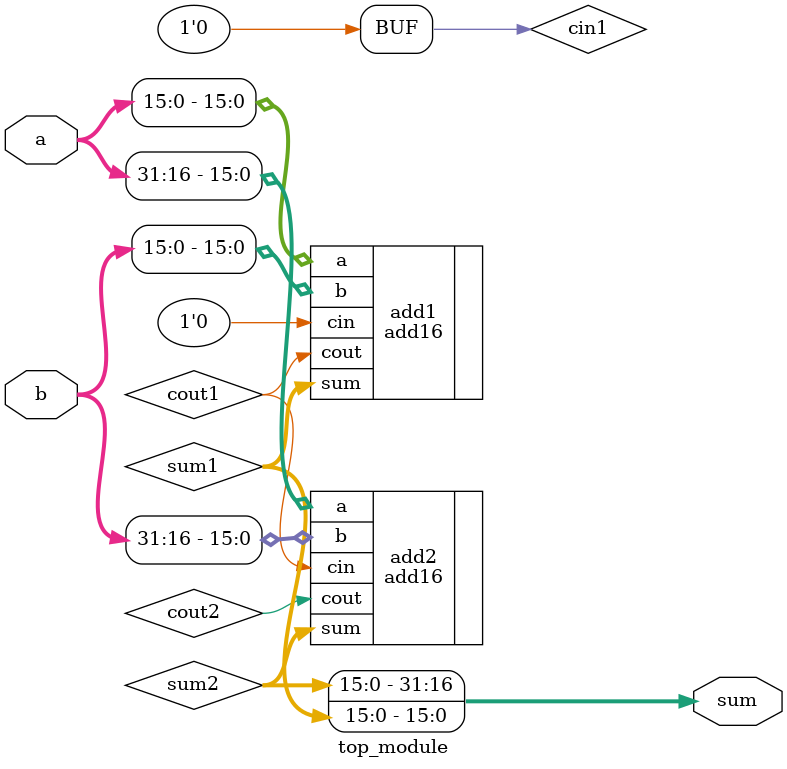
<source format=v>
module top_module(
    input [31:0] a,
    input [31:0] b,
    output [31:0] sum
);

    wire cin1, cout1, cout2;
    wire [15:0] sum1, sum2;
    assign cin1 = 0;

    add16 add1(
        .a(a[15:0]), 
        .b(b[15:0]), 
        .cin(cin1), 
        .sum(sum1), 
        .cout(cout1)
    );

    add16 add2(
        .a(a[31:16]), 
        .b(b[31:16]), 
        .cin(cout1), 
        .sum(sum2), 
        .cout(cout2)
    );

    assign sum = {sum2, sum1};
    
endmodule
</source>
